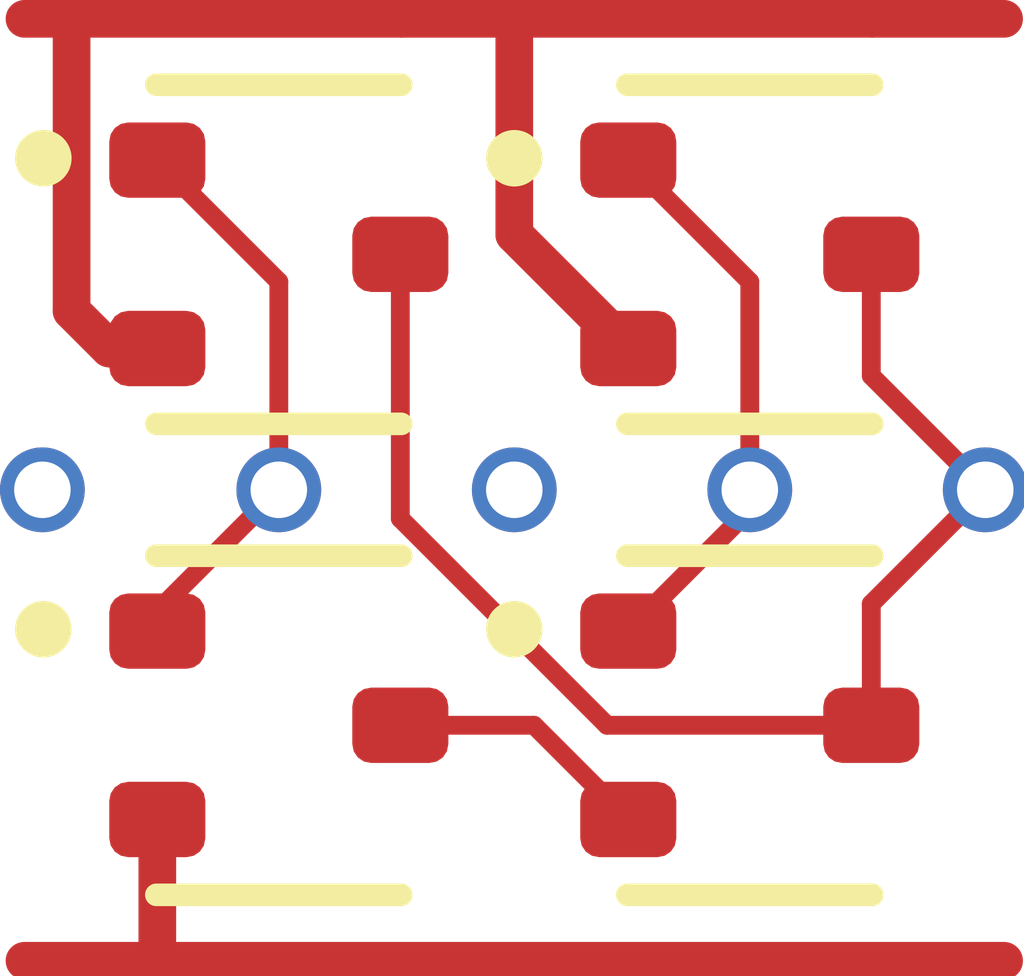
<source format=kicad_pcb>
(kicad_pcb (version 20241229) (generator "pcbnew") (generator_version "9.0")
  (layers (0 "F.Cu" signal) (2 "B.Cu" signal) (13 "F.Paste" user) (15 "B.Paste" user) (5 "F.SilkS" user "F.Silkscreen") (7 "B.SilkS" user "B.Silkscreen") (1 "F.Mask" user) (3 "B.Mask" user) (25 "Edge.Cuts" user))
  (net 0 "")
  (net 1 "Y")
  (net 2 "GND")
  (net 3 "A")
  (net 4 "VDD")
  (net 5 "int1")
  (net 6 "B")
  (footprint "Package_TO_SOT_SMD:SOT-523" (layer "F.Cu") (at 3.75 3.75)
    (property "Reference" "N2" (hide yes))
    (property "Value" "" (hide yes))
    (fp_line (start 0.65 -0.9) (end -0.65 -0.9) (stroke (width 0.12)) (layer "F.SilkS"))
    (fp_line (start 0.65 0.9) (end -0.65 0.9) (stroke (width 0.12)) (layer "F.SilkS"))
    (fp_circle (center -1.25 -0.51) (end -1.1 -0.51) (fill yes) (layer "F.SilkS"))
    (pad "1" smd roundrect (at -0.645 -0.5 180) (size 0.51 0.4) (layers "F.Cu" "F.Mask" "F.Paste") (net 6 "B"))
    (pad "2" smd roundrect (at -0.645 0.5 180) (size 0.51 0.4) (layers "F.Cu" "F.Mask" "F.Paste") (net 5 "int1"))
    (pad "3" smd roundrect (at 0.645 0 180) (size 0.51 0.4) (layers "F.Cu" "F.Mask" "F.Paste") (net 1 "Y"))
  )
  (footprint "Package_TO_SOT_SMD:SOT-523" (layer "F.Cu") (at 3.75 1.25)
    (property "Reference" "P2" (hide yes))
    (property "Value" "" (hide yes))
    (fp_line (start 0.65 -0.9) (end -0.65 -0.9) (stroke (width 0.12)) (layer "F.SilkS"))
    (fp_line (start 0.65 0.9) (end -0.65 0.9) (stroke (width 0.12)) (layer "F.SilkS"))
    (fp_circle (center -1.25 -0.51) (end -1.1 -0.51) (fill yes) (layer "F.SilkS"))
    (pad "1" smd roundrect (at -0.645 -0.5 180) (size 0.51 0.4) (layers "F.Cu" "F.Mask" "F.Paste") (net 6 "B"))
    (pad "2" smd roundrect (at -0.645 0.5 180) (size 0.51 0.4) (layers "F.Cu" "F.Mask" "F.Paste") (net 4 "VDD"))
    (pad "3" smd roundrect (at 0.645 0 180) (size 0.51 0.4) (layers "F.Cu" "F.Mask" "F.Paste") (net 1 "Y"))
  )
  (footprint "Package_TO_SOT_SMD:SOT-523" (layer "F.Cu") (at 1.25 3.75)
    (property "Reference" "N1" (hide yes))
    (property "Value" "" (hide yes))
    (fp_line (start 0.65 -0.9) (end -0.65 -0.9) (stroke (width 0.12)) (layer "F.SilkS"))
    (fp_line (start 0.65 0.9) (end -0.65 0.9) (stroke (width 0.12)) (layer "F.SilkS"))
    (fp_circle (center -1.25 -0.51) (end -1.1 -0.51) (fill yes) (layer "F.SilkS"))
    (pad "1" smd roundrect (at -0.645 -0.5 180) (size 0.51 0.4) (layers "F.Cu" "F.Mask" "F.Paste") (net 3 "A"))
    (pad "2" smd roundrect (at -0.645 0.5 180) (size 0.51 0.4) (layers "F.Cu" "F.Mask" "F.Paste") (net 2 "GND"))
    (pad "3" smd roundrect (at 0.645 0 180) (size 0.51 0.4) (layers "F.Cu" "F.Mask" "F.Paste") (net 5 "int1"))
  )
  (footprint "Package_TO_SOT_SMD:SOT-523" (layer "F.Cu") (at 1.25 1.25)
    (property "Reference" "P1" (hide yes))
    (property "Value" "" (hide yes))
    (fp_line (start 0.65 -0.9) (end -0.65 -0.9) (stroke (width 0.12)) (layer "F.SilkS"))
    (fp_line (start 0.65 0.9) (end -0.65 0.9) (stroke (width 0.12)) (layer "F.SilkS"))
    (fp_circle (center -1.25 -0.51) (end -1.1 -0.51) (fill yes) (layer "F.SilkS"))
    (pad "1" smd roundrect (at -0.645 -0.5 180) (size 0.51 0.4) (layers "F.Cu" "F.Mask" "F.Paste") (net 3 "A"))
    (pad "2" smd roundrect (at -0.645 0.5 180) (size 0.51 0.4) (layers "F.Cu" "F.Mask" "F.Paste") (net 4 "VDD"))
    (pad "3" smd roundrect (at 0.645 0 180) (size 0.51 0.4) (layers "F.Cu" "F.Mask" "F.Paste") (net 1 "Y"))
  )
  (via (at -0.005 2.5) (size 0.45) (drill 0.3) (layers "F.Cu" "B.Cu") (net 0))
  (via (at 2.5 2.5) (size 0.45) (drill 0.3) (layers "F.Cu" "B.Cu") (net 0))
  (segment (start 1.895 2.652738) (end 1.895 1.25) (width 0.1) (layer "F.Cu") (net 1))
  (segment (start 4.395 1.25) (end 4.395 1.895) (width 0.1) (layer "F.Cu") (net 1))
  (segment (start 5 2.5) (end 4.395 3.105) (width 0.1) (layer "F.Cu") (net 1))
  (segment (start 4.395 3.75) (end 2.992262 3.75) (width 0.1) (layer "F.Cu") (net 1))
  (segment (start 4.395 1.895) (end 5 2.5) (width 0.1) (layer "F.Cu") (net 1))
  (segment (start 4.395 3.105) (end 4.395 3.75) (width 0.1) (layer "F.Cu") (net 1))
  (segment (start 2.992262 3.75) (end 1.895 2.652738) (width 0.1) (layer "F.Cu") (net 1))
  (via (at 5 2.5) (size 0.45) (drill 0.3) (layers "F.Cu" "B.Cu") (net 1))
  (segment (start 0.6 5) (end 5.1 5) (width 0.2) (layer "F.Cu") (net 2))
  (segment (start -0.1 5) (end 0.6 5) (width 0.2) (layer "F.Cu") (net 2))
  (segment (start 0.605 4.25) (end 0.605 4.995) (width 0.2) (layer "F.Cu") (net 2))
  (segment (start 0.605 4.995) (end 0.6 5) (width 0.2) (layer "F.Cu") (net 2))
  (segment (start 0.605 0.75) (end 1.25 1.395) (width 0.1) (layer "F.Cu") (net 3))
  (segment (start 1.25 1.395) (end 1.25 2.5) (width 0.1) (layer "F.Cu") (net 3))
  (segment (start 1.25 2.5) (end 0.605 3.145) (width 0.1) (layer "F.Cu") (net 3))
  (segment (start 0.605 3.145) (end 0.605 3.25) (width 0.1) (layer "F.Cu") (net 3))
  (via (at 1.25 2.5) (size 0.45) (drill 0.3) (layers "F.Cu" "B.Cu") (net 3))
  (segment (start 0.15 1.549999) (end 0.15 0) (width 0.2) (layer "F.Cu") (net 4))
  (segment (start 4.4 0) (end 5.1 0) (width 0.2) (layer "F.Cu") (net 4))
  (segment (start 0.350001 1.75) (end 0.15 1.549999) (width 0.2) (layer "F.Cu") (net 4))
  (segment (start 0.605 1.75) (end 0.350001 1.75) (width 0.2) (layer "F.Cu") (net 4))
  (segment (start 3.105 1.75) (end 2.5 1.145) (width 0.2) (layer "F.Cu") (net 4))
  (segment (start 1.9 0) (end 2.5 0) (width 0.2) (layer "F.Cu") (net 4))
  (segment (start 2.5 1.145) (end 2.5 0) (width 0.2) (layer "F.Cu") (net 4))
  (segment (start 2.5 0) (end 4.4 0) (width 0.2) (layer "F.Cu") (net 4))
  (segment (start -0.1 0) (end 0.15 0) (width 0.2) (layer "F.Cu") (net 4))
  (segment (start 0.15 0) (end 1.9 0) (width 0.2) (layer "F.Cu") (net 4))
  (segment (start 2.605 3.75) (end 3.105 4.25) (width 0.1) (layer "F.Cu") (net 5))
  (segment (start 1.895 3.75) (end 2.605 3.75) (width 0.1) (layer "F.Cu") (net 5))
  (segment (start 3.75 2.605) (end 3.105 3.25) (width 0.1) (layer "F.Cu") (net 6))
  (segment (start 3.105 0.75) (end 3.75 1.395) (width 0.1) (layer "F.Cu") (net 6))
  (segment (start 3.75 1.395) (end 3.75 2.5) (width 0.1) (layer "F.Cu") (net 6))
  (segment (start 3.75 2.5) (end 3.75 2.605) (width 0.1) (layer "F.Cu") (net 6))
  (via (at 3.75 2.5) (size 0.45) (drill 0.3) (layers "F.Cu" "B.Cu") (net 6))
)
</source>
